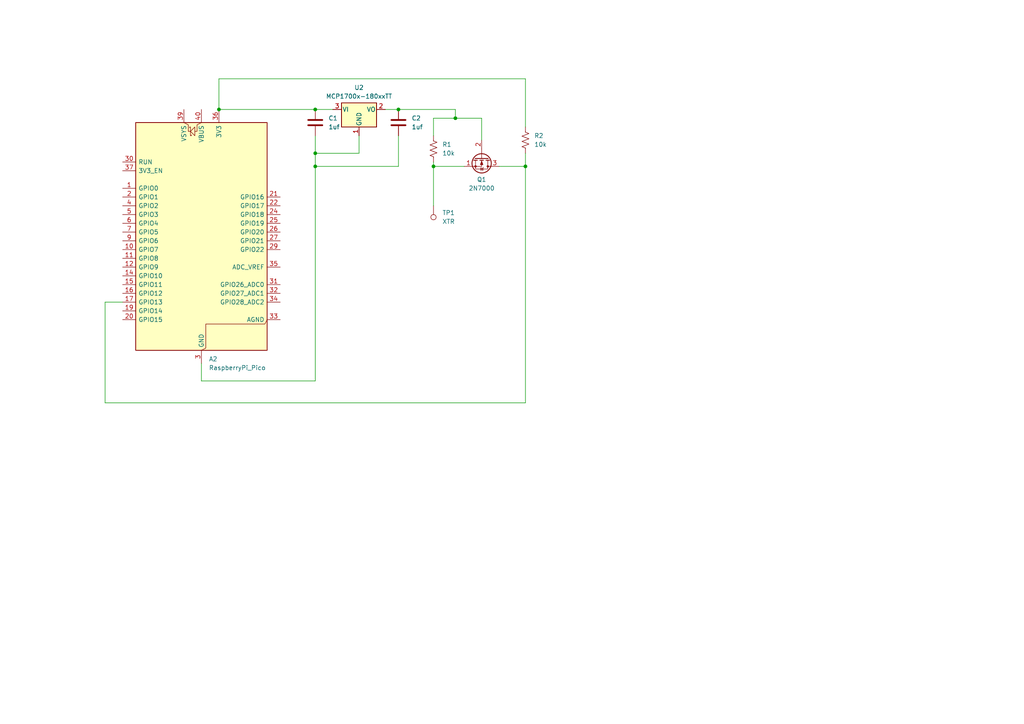
<source format=kicad_sch>
(kicad_sch (version 20250114) (generator "eeschema") (generator_version "9.0")
  (paper "A4")
  (lib_symbols
    (symbol "Connector:TestPoint" (pin_numbers (hide yes)) (pin_names (offset 0.762) (hide yes))
      (property "Reference" "TP" (at 0 6.858 0))
      (property "Value" "TestPoint" (at 0 5.08 0))
      (symbol "TestPoint_0_1"
        (circle (center 0 3.302) (radius 0.762))
      )
      (symbol "TestPoint_1_1"
        (pin passive line (at 0 0 90) (length 2.54) (name "1") (number "1"))
      )
    )
    (symbol "Device:C" (pin_numbers (hide yes)) (pin_names (offset 0.254))
      (property "Reference" "C" (at 0.635 2.54 0))
      (property "Value" "C" (at 0.635 -2.54 0))
      (symbol "C_0_1"
        (polyline (pts (xy -2.032 0.762) (xy 2.032 0.762)) (stroke (width 0.508)))
        (polyline (pts (xy -2.032 -0.762) (xy 2.032 -0.762)) (stroke (width 0.508)))
      )
      (symbol "C_1_1"
        (pin passive line (at 0 3.81 270) (length 2.794) (name "~") (number "1"))
        (pin passive line (at 0 -3.81 90) (length 2.794) (name "~") (number "2"))
      )
    )
    (symbol "Device:R_US" (pin_numbers (hide yes)) (pin_names (offset 0))
      (property "Reference" "R" (at 2.54 0 90))
      (property "Value" "R_US" (at -2.54 0 90))
      (symbol "R_US_0_1"
        (polyline (pts (xy 0 2.286) (xy 0 2.54)))
        (polyline (pts (xy 0 2.286) (xy 1.016 1.905) (xy 0 1.524) (xy -1.016 1.143) (xy 0 0.762)))
        (polyline (pts (xy 0 0.762) (xy 1.016 0.381) (xy 0 0) (xy -1.016 -0.381) (xy 0 -0.762)))
        (polyline (pts (xy 0 -0.762) (xy 1.016 -1.143) (xy 0 -1.524) (xy -1.016 -1.905) (xy 0 -2.286)))
        (polyline (pts (xy 0 -2.286) (xy 0 -2.54)))
      )
      (symbol "R_US_1_1"
        (pin passive line (at 0 3.81 270) (length 1.27) (name "~") (number "1"))
        (pin passive line (at 0 -3.81 90) (length 1.27) (name "~") (number "2"))
      )
    )
    (symbol "MCU_Module:RaspberryPi_Pico" (pin_names (offset 0.762))
      (property "Reference" "A" (at -19.05 35.56 0))
      (property "Value" "RaspberryPi_Pico" (at 7.62 35.56 0))
      (symbol "RaspberryPi_Pico_0_1"
        (rectangle (start -19.05 34.29) (end 19.05 -31.75) (stroke (width 0.254)) (fill (type background)))
        (polyline (pts (xy -5.08 34.29) (xy -3.81 33.655) (xy -3.81 31.75) (xy -3.175 31.75)))
        (polyline (pts (xy -3.429 32.766) (xy -3.429 33.02) (xy -3.175 33.02) (xy -3.175 30.48) (xy -2.921 30.48) (xy -2.921 30.734)))
        (polyline (pts (xy -3.175 31.75) (xy -1.905 33.02) (xy -1.905 30.48) (xy -3.175 31.75)))
        (polyline (pts (xy 0 34.29) (xy -1.27 33.655) (xy -1.27 31.75) (xy -1.905 31.75)))
        (polyline (pts (xy 0 -31.75) (xy 1.27 -31.115) (xy 1.27 -24.13) (xy 18.415 -24.13) (xy 19.05 -22.86)))
      )
      (symbol "RaspberryPi_Pico_1_1"
        (pin passive line (at -22.86 22.86 0) (length 3.81) (name "RUN") (number "30"))
        (pin passive line (at -22.86 20.32 0) (length 3.81) (name "3V3_EN") (number "37"))
        (pin bidirectional line (at -22.86 15.24 0) (length 3.81) (name "GPIO0") (number "1"))
        (pin bidirectional line (at -22.86 12.7 0) (length 3.81) (name "GPIO1") (number "2"))
        (pin bidirectional line (at -22.86 10.16 0) (length 3.81) (name "GPIO2") (number "4"))
        (pin bidirectional line (at -22.86 7.62 0) (length 3.81) (name "GPIO3") (number "5"))
        (pin bidirectional line (at -22.86 5.08 0) (length 3.81) (name "GPIO4") (number "6"))
        (pin bidirectional line (at -22.86 2.54 0) (length 3.81) (name "GPIO5") (number "7"))
        (pin bidirectional line (at -22.86 0 0) (length 3.81) (name "GPIO6") (number "9"))
        (pin bidirectional line (at -22.86 -2.54 0) (length 3.81) (name "GPIO7") (number "10"))
        (pin bidirectional line (at -22.86 -5.08 0) (length 3.81) (name "GPIO8") (number "11"))
        (pin bidirectional line (at -22.86 -7.62 0) (length 3.81) (name "GPIO9") (number "12"))
        (pin bidirectional line (at -22.86 -10.16 0) (length 3.81) (name "GPIO10") (number "14"))
        (pin bidirectional line (at -22.86 -12.7 0) (length 3.81) (name "GPIO11") (number "15"))
        (pin bidirectional line (at -22.86 -15.24 0) (length 3.81) (name "GPIO12") (number "16"))
        (pin bidirectional line (at -22.86 -17.78 0) (length 3.81) (name "GPIO13") (number "17"))
        (pin bidirectional line (at -22.86 -20.32 0) (length 3.81) (name "GPIO14") (number "19"))
        (pin bidirectional line (at -22.86 -22.86 0) (length 3.81) (name "GPIO15") (number "20"))
        (pin power_in line (at -5.08 38.1 270) (length 3.81) (name "VSYS") (number "39"))
        (pin power_out line (at 0 38.1 270) (length 3.81) (name "VBUS") (number "40"))
        (pin passive line (at 0 -35.56 90) (length 3.81) (hide yes) (name "GND") (number "13"))
        (pin passive line (at 0 -35.56 90) (length 3.81) (hide yes) (name "GND") (number "18"))
        (pin passive line (at 0 -35.56 90) (length 3.81) (hide yes) (name "GND") (number "23"))
        (pin passive line (at 0 -35.56 90) (length 3.81) (hide yes) (name "GND") (number "28"))
        (pin power_out line (at 0 -35.56 90) (length 3.81) (name "GND") (number "3"))
        (pin passive line (at 0 -35.56 90) (length 3.81) (hide yes) (name "GND") (number "38"))
        (pin passive line (at 0 -35.56 90) (length 3.81) (hide yes) (name "GND") (number "8"))
        (pin power_out line (at 5.08 38.1 270) (length 3.81) (name "3V3") (number "36"))
        (pin bidirectional line (at 22.86 12.7 180) (length 3.81) (name "GPIO16") (number "21"))
        (pin bidirectional line (at 22.86 10.16 180) (length 3.81) (name "GPIO17") (number "22"))
        (pin bidirectional line (at 22.86 7.62 180) (length 3.81) (name "GPIO18") (number "24"))
        (pin bidirectional line (at 22.86 5.08 180) (length 3.81) (name "GPIO19") (number "25"))
        (pin bidirectional line (at 22.86 2.54 180) (length 3.81) (name "GPIO20") (number "26"))
        (pin bidirectional line (at 22.86 0 180) (length 3.81) (name "GPIO21") (number "27"))
        (pin bidirectional line (at 22.86 -2.54 180) (length 3.81) (name "GPIO22") (number "29"))
        (pin power_in line (at 22.86 -7.62 180) (length 3.81) (name "ADC_VREF") (number "35"))
        (pin bidirectional line (at 22.86 -12.7 180) (length 3.81) (name "GPIO26_ADC0") (number "31"))
        (pin bidirectional line (at 22.86 -15.24 180) (length 3.81) (name "GPIO27_ADC1") (number "32"))
        (pin bidirectional line (at 22.86 -17.78 180) (length 3.81) (name "GPIO28_ADC2") (number "34"))
        (pin power_out line (at 22.86 -22.86 180) (length 3.81) (name "AGND") (number "33"))
      )
    )
    (symbol "Regulator_Linear:MCP1700x-180xxTT" (pin_names (offset 0.254))
      (property "Reference" "U" (at -3.81 3.175 0))
      (property "Value" "MCP1700x-180xxTT" (at 0 3.175 0))
      (symbol "MCP1700x-180xxTT_0_1"
        (rectangle (start -5.08 1.905) (end 5.08 -5.08) (stroke (width 0.254)) (fill (type background)))
      )
      (symbol "MCP1700x-180xxTT_1_1"
        (pin power_in line (at -7.62 0 0) (length 2.54) (name "VI") (number "3"))
        (pin power_in line (at 0 -7.62 90) (length 2.54) (name "GND") (number "1"))
        (pin power_out line (at 7.62 0 180) (length 2.54) (name "VO") (number "2"))
      )
    )
    (symbol "Transistor_FET:2N7000" (pin_names (hide yes))
      (property "Reference" "Q" (at 5.08 1.905 0))
      (property "Value" "2N7000" (at 5.08 0 0))
      (symbol "2N7000_0_1"
        (polyline (pts (xy 0.254 1.905) (xy 0.254 -1.905)) (stroke (width 0.254)))
        (polyline (pts (xy 0.254 0) (xy -2.54 0)))
        (polyline (pts (xy 0.762 2.286) (xy 0.762 1.27)) (stroke (width 0.254)))
        (polyline (pts (xy 0.762 0.508) (xy 0.762 -0.508)) (stroke (width 0.254)))
        (polyline (pts (xy 0.762 -1.27) (xy 0.762 -2.286)) (stroke (width 0.254)))
        (polyline (pts (xy 0.762 -1.778) (xy 3.302 -1.778) (xy 3.302 1.778) (xy 0.762 1.778)))
        (polyline (pts (xy 1.016 0) (xy 2.032 0.381) (xy 2.032 -0.381) (xy 1.016 0)) (fill (type outline)))
        (circle (center 1.651 0) (radius 2.794) (stroke (width 0.254)))
        (polyline (pts (xy 2.54 2.54) (xy 2.54 1.778)))
        (circle (center 2.54 1.778) (radius 0.254) (fill (type outline)))
        (circle (center 2.54 -1.778) (radius 0.254) (fill (type outline)))
        (polyline (pts (xy 2.54 -2.54) (xy 2.54 0) (xy 0.762 0)))
        (polyline (pts (xy 2.794 0.508) (xy 2.921 0.381) (xy 3.683 0.381) (xy 3.81 0.254)))
        (polyline (pts (xy 3.302 0.381) (xy 2.921 -0.254) (xy 3.683 -0.254) (xy 3.302 0.381)))
      )
      (symbol "2N7000_1_1"
        (pin input line (at -5.08 0 0) (length 2.54) (name "G") (number "2"))
        (pin passive line (at 2.54 5.08 270) (length 2.54) (name "D") (number "3"))
        (pin passive line (at 2.54 -5.08 90) (length 2.54) (name "S") (number "1"))
      )
    )
  )
  (junction (at 132.08 34.29))
  (junction (at 63.5 31.75))
  (junction (at 152.4 48.26))
  (junction (at 91.44 48.26))
  (junction (at 125.73 48.26))
  (junction (at 91.44 31.75))
  (junction (at 115.57 31.75))
  (junction (at 91.44 44.45))
  (wire (pts (xy 115.57 48.26) (xy 91.44 48.26)))
  (wire (pts (xy 35.56 87.63) (xy 30.48 87.63)))
  (wire (pts (xy 63.5 31.75) (xy 63.5 22.86)))
  (wire (pts (xy 104.14 39.37) (xy 104.14 44.45)))
  (wire (pts (xy 125.73 48.26) (xy 134.62 48.26)))
  (wire (pts (xy 125.73 46.99) (xy 125.73 48.26)))
  (wire (pts (xy 132.08 34.29) (xy 139.7 34.29)))
  (wire (pts (xy 63.5 22.86) (xy 152.4 22.86)))
  (wire (pts (xy 58.42 110.49) (xy 58.42 105.41)))
  (wire (pts (xy 115.57 39.37) (xy 115.57 48.26)))
  (wire (pts (xy 30.48 116.84) (xy 152.4 116.84)))
  (wire (pts (xy 30.48 87.63) (xy 30.48 116.84)))
  (wire (pts (xy 152.4 22.86) (xy 152.4 36.83)))
  (wire (pts (xy 125.73 48.26) (xy 125.73 59.69)))
  (wire (pts (xy 91.44 31.75) (xy 96.52 31.75)))
  (wire (pts (xy 91.44 48.26) (xy 91.44 110.49)))
  (wire (pts (xy 91.44 44.45) (xy 104.14 44.45)))
  (wire (pts (xy 91.44 110.49) (xy 58.42 110.49)))
  (wire (pts (xy 139.7 34.29) (xy 139.7 40.64)))
  (wire (pts (xy 111.76 31.75) (xy 115.57 31.75)))
  (wire (pts (xy 132.08 34.29) (xy 125.73 34.29)))
  (wire (pts (xy 91.44 44.45) (xy 91.44 48.26)))
  (wire (pts (xy 132.08 31.75) (xy 132.08 34.29)))
  (wire (pts (xy 152.4 48.26) (xy 152.4 44.45)))
  (wire (pts (xy 152.4 116.84) (xy 152.4 48.26)))
  (wire (pts (xy 125.73 34.29) (xy 125.73 39.37)))
  (wire (pts (xy 115.57 31.75) (xy 132.08 31.75)))
  (wire (pts (xy 63.5 31.75) (xy 91.44 31.75)))
  (wire (pts (xy 91.44 39.37) (xy 91.44 44.45)))
  (wire (pts (xy 144.78 48.26) (xy 152.4 48.26)))
  (symbol (lib_id "Device:C") (at 91.44 35.56 0) (unit 1)
    (property "Reference" "C1" (at 95.25 34.2899 0) (effects (justify left)))
    (property "Value" "1uf" (at 95.25 36.8299 0) (effects (justify left)))
    (property "Footprint" "Capacitor_THT:C_Disc_D5.0mm_W2.5mm_P5.00mm" (effects (hide yes)))
    (property "Description" "Unpolarized capacitor" (effects (hide yes)))
  )
  (symbol (lib_id "Device:R_US") (at 125.73 43.18 0) (unit 1)
    (property "Reference" "R1" (at 128.27 41.9099 0) (effects (justify left)))
    (property "Value" "10k" (at 128.27 44.4499 0) (effects (justify left)))
    (property "Footprint" "Resistor_THT:R_Axial_DIN0207_L6.3mm_D2.5mm_P7.62mm_Horizontal" (effects (hide yes)))
    (property "Description" "Resistor, US symbol" (effects (hide yes)))
  )
  (symbol (lib_id "Device:C") (at 115.57 35.56 0) (unit 1)
    (property "Reference" "C2" (at 119.38 34.2899 0) (effects (justify left)))
    (property "Value" "1uf" (at 119.38 36.8299 0) (effects (justify left)))
    (property "Footprint" "Capacitor_THT:C_Disc_D5.0mm_W2.5mm_P5.00mm" (effects (hide yes)))
    (property "Description" "Unpolarized capacitor" (effects (hide yes)))
  )
  (symbol (lib_id "MCU_Module:RaspberryPi_Pico") (at 58.42 69.85 0) (unit 1)
    (property "Reference" "A2" (at 60.5633 104.14 0) (effects (justify left)))
    (property "Value" "RaspberryPi_Pico" (at 60.5633 106.68 0) (effects (justify left)))
    (property "Footprint" "Module:RaspberryPi_Pico_Common_THT" (effects (hide yes)))
    (property "Datasheet" "https://datasheets.raspberrypi.com/pico/pico-datasheet.pdf" (effects (hide yes)))
    (property "Description" "Versatile and inexpensive microcontroller module powered by RP2040 dual-core Arm Cortex-M0+ processor up to 133 MHz, 264kB SRAM, 2MB QSPI flash; also supports Raspberry Pi Pico 2" (effects (hide yes)))
  )
  (symbol (lib_id "Device:R_US") (at 152.4 40.64 0) (unit 1)
    (property "Reference" "R2" (at 154.94 39.3699 0) (effects (justify left)))
    (property "Value" "10k" (at 154.94 41.9099 0) (effects (justify left)))
    (property "Footprint" "Resistor_THT:R_Axial_DIN0207_L6.3mm_D2.5mm_P7.62mm_Horizontal" (effects (hide yes)))
    (property "Description" "Resistor, US symbol" (effects (hide yes)))
  )
  (symbol (lib_id "Connector:TestPoint") (at 125.73 59.69 180) (unit 1)
    (property "Reference" "TP1" (at 128.27 61.7219 0) (effects (justify right)))
    (property "Value" "XTR" (at 128.27 64.2619 0) (effects (justify right)))
    (property "Footprint" "TestPoint:TestPoint_THTPad_D1.5mm_Drill0.7mm" (effects (hide yes)))
    (property "Description" "test point" (effects (hide yes)))
  )
  (symbol (lib_id "Transistor_FET:2N7000") (at 139.7 45.72 270) (unit 1)
    (property "Reference" "Q1" (at 139.7 52.07 90))
    (property "Value" "2N7000" (at 139.7 54.61 90))
    (property "Footprint" "Package_TO_SOT_THT:TO-92_HandSolder" (effects (hide yes)))
    (property "Datasheet" "https://www.vishay.com/docs/70226/70226.pdf" (effects (hide yes)))
    (property "Description" "0.2A Id, 200V Vds, N-Channel MOSFET, 2.6V Logic Level, TO-92" (effects (hide yes)))
  )
  (symbol (lib_id "Regulator_Linear:MCP1700x-180xxTT") (at 104.14 31.75 0) (unit 1)
    (property "Reference" "U2" (at 104.14 25.4 0))
    (property "Value" "MCP1700x-180xxTT" (at 104.14 27.94 0))
    (property "Footprint" "Package_TO_SOT_THT:TO-92_Inline" (effects (hide yes)))
    (property "Datasheet" "http://ww1.microchip.com/downloads/en/DeviceDoc/20001826D.pdf" (effects (hide yes)))
    (property "Description" "250mA Low Quiscent Current LDO, 1.8V output, SOT-23" (effects (hide yes)))
  )
)
</source>
